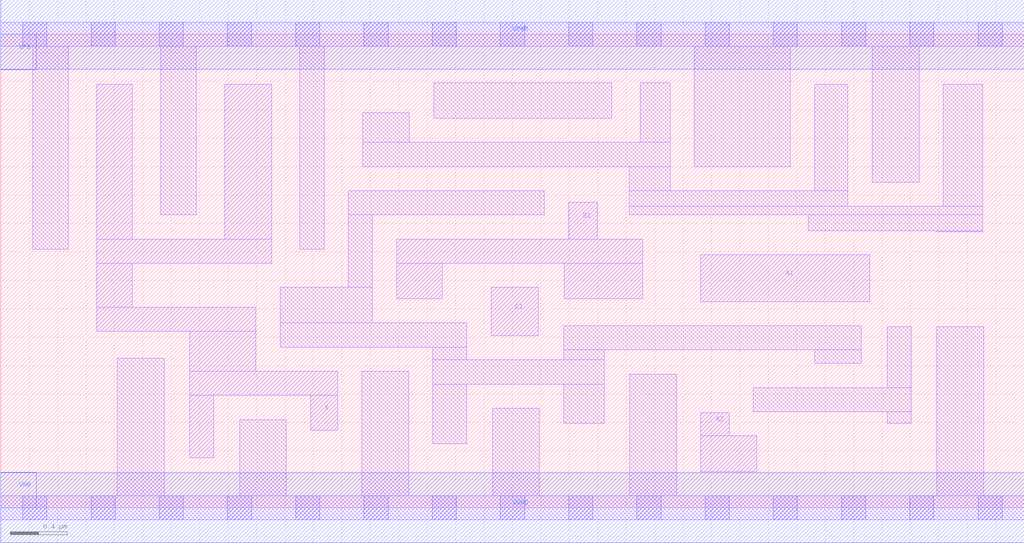
<source format=lef>
# Copyright 2020 The SkyWater PDK Authors
#
# Licensed under the Apache License, Version 2.0 (the "License");
# you may not use this file except in compliance with the License.
# You may obtain a copy of the License at
#
#     https://www.apache.org/licenses/LICENSE-2.0
#
# Unless required by applicable law or agreed to in writing, software
# distributed under the License is distributed on an "AS IS" BASIS,
# WITHOUT WARRANTIES OR CONDITIONS OF ANY KIND, either express or implied.
# See the License for the specific language governing permissions and
# limitations under the License.
#
# SPDX-License-Identifier: Apache-2.0

VERSION 5.5 ;
NAMESCASESENSITIVE ON ;
BUSBITCHARS "[]" ;
DIVIDERCHAR "/" ;
MACRO sky130_fd_sc_ms__a211o_4
  CLASS CORE ;
  SOURCE USER ;
  ORIGIN  0.000000  0.000000 ;
  SIZE  7.200000 BY  3.330000 ;
  SYMMETRY X Y ;
  SITE unit ;
  PIN A1
    ANTENNAGATEAREA  0.492000 ;
    DIRECTION INPUT ;
    USE SIGNAL ;
    PORT
      LAYER li1 ;
        RECT 4.925000 1.450000 6.115000 1.780000 ;
    END
  END A1
  PIN A2
    ANTENNAGATEAREA  0.492000 ;
    DIRECTION INPUT ;
    USE SIGNAL ;
    PORT
      LAYER li1 ;
        RECT 4.925000 0.255000 5.320000 0.505000 ;
        RECT 4.925000 0.505000 5.125000 0.670000 ;
    END
  END A2
  PIN B1
    ANTENNAGATEAREA  0.492000 ;
    DIRECTION INPUT ;
    USE SIGNAL ;
    PORT
      LAYER li1 ;
        RECT 2.785000 1.470000 3.105000 1.720000 ;
        RECT 2.785000 1.720000 4.515000 1.890000 ;
        RECT 3.965000 1.470000 4.515000 1.720000 ;
        RECT 3.995000 1.890000 4.195000 2.150000 ;
    END
  END B1
  PIN C1
    ANTENNAGATEAREA  0.492000 ;
    DIRECTION INPUT ;
    USE SIGNAL ;
    PORT
      LAYER li1 ;
        RECT 3.450000 1.210000 3.780000 1.550000 ;
    END
  END C1
  PIN X
    ANTENNADIFFAREA  1.086400 ;
    DIRECTION OUTPUT ;
    USE SIGNAL ;
    PORT
      LAYER li1 ;
        RECT 0.675000 1.240000 1.795000 1.410000 ;
        RECT 0.675000 1.410000 0.925000 1.720000 ;
        RECT 0.675000 1.720000 1.905000 1.890000 ;
        RECT 0.675000 1.890000 0.925000 2.980000 ;
        RECT 1.330000 0.350000 1.500000 0.790000 ;
        RECT 1.330000 0.790000 2.370000 0.960000 ;
        RECT 1.330000 0.960000 1.795000 1.240000 ;
        RECT 1.575000 1.890000 1.905000 2.980000 ;
        RECT 2.180000 0.545000 2.370000 0.790000 ;
    END
  END X
  PIN VGND
    DIRECTION INOUT ;
    USE GROUND ;
    PORT
      LAYER met1 ;
        RECT 0.000000 -0.245000 7.200000 0.245000 ;
    END
  END VGND
  PIN VNB
    DIRECTION INOUT ;
    USE GROUND ;
    PORT
      LAYER met1 ;
        RECT 0.000000 0.000000 0.250000 0.250000 ;
    END
  END VNB
  PIN VPB
    DIRECTION INOUT ;
    USE POWER ;
    PORT
      LAYER met1 ;
        RECT 0.000000 3.080000 0.250000 3.330000 ;
    END
  END VPB
  PIN VPWR
    DIRECTION INOUT ;
    USE POWER ;
    PORT
      LAYER met1 ;
        RECT 0.000000 3.085000 7.200000 3.575000 ;
    END
  END VPWR
  OBS
    LAYER li1 ;
      RECT 0.000000 -0.085000 7.200000 0.085000 ;
      RECT 0.000000  3.245000 7.200000 3.415000 ;
      RECT 0.225000  1.820000 0.475000 3.245000 ;
      RECT 0.820000  0.085000 1.150000 1.050000 ;
      RECT 1.125000  2.060000 1.375000 3.245000 ;
      RECT 1.680000  0.085000 2.010000 0.620000 ;
      RECT 1.965000  1.130000 3.280000 1.300000 ;
      RECT 1.965000  1.300000 2.615000 1.550000 ;
      RECT 2.105000  1.820000 2.275000 3.245000 ;
      RECT 2.445000  1.550000 2.615000 2.060000 ;
      RECT 2.445000  2.060000 3.825000 2.230000 ;
      RECT 2.540000  0.085000 2.870000 0.960000 ;
      RECT 2.545000  2.400000 4.710000 2.570000 ;
      RECT 2.545000  2.570000 2.875000 2.780000 ;
      RECT 3.040000  0.450000 3.280000 0.870000 ;
      RECT 3.040000  0.870000 4.245000 1.040000 ;
      RECT 3.040000  1.040000 3.280000 1.130000 ;
      RECT 3.045000  2.740000 4.300000 2.990000 ;
      RECT 3.460000  0.085000 3.790000 0.700000 ;
      RECT 3.960000  0.595000 4.245000 0.870000 ;
      RECT 3.960000  1.040000 4.245000 1.110000 ;
      RECT 3.960000  1.110000 6.055000 1.280000 ;
      RECT 4.420000  2.060000 6.910000 2.120000 ;
      RECT 4.420000  2.120000 5.960000 2.230000 ;
      RECT 4.420000  2.230000 4.710000 2.400000 ;
      RECT 4.425000  0.085000 4.755000 0.940000 ;
      RECT 4.500000  2.570000 4.710000 2.990000 ;
      RECT 4.880000  2.400000 5.555000 3.245000 ;
      RECT 5.295000  0.675000 6.405000 0.845000 ;
      RECT 5.680000  1.950000 6.910000 2.060000 ;
      RECT 5.725000  1.015000 6.055000 1.110000 ;
      RECT 5.725000  2.230000 5.960000 2.980000 ;
      RECT 6.130000  2.290000 6.460000 3.245000 ;
      RECT 6.235000  0.595000 6.405000 0.675000 ;
      RECT 6.235000  0.845000 6.405000 1.275000 ;
      RECT 6.580000  1.940000 6.910000 1.950000 ;
      RECT 6.585000  0.085000 6.915000 1.275000 ;
      RECT 6.630000  2.120000 6.910000 2.980000 ;
    LAYER mcon ;
      RECT 0.155000 -0.085000 0.325000 0.085000 ;
      RECT 0.155000  3.245000 0.325000 3.415000 ;
      RECT 0.635000 -0.085000 0.805000 0.085000 ;
      RECT 0.635000  3.245000 0.805000 3.415000 ;
      RECT 1.115000 -0.085000 1.285000 0.085000 ;
      RECT 1.115000  3.245000 1.285000 3.415000 ;
      RECT 1.595000 -0.085000 1.765000 0.085000 ;
      RECT 1.595000  3.245000 1.765000 3.415000 ;
      RECT 2.075000 -0.085000 2.245000 0.085000 ;
      RECT 2.075000  3.245000 2.245000 3.415000 ;
      RECT 2.555000 -0.085000 2.725000 0.085000 ;
      RECT 2.555000  3.245000 2.725000 3.415000 ;
      RECT 3.035000 -0.085000 3.205000 0.085000 ;
      RECT 3.035000  3.245000 3.205000 3.415000 ;
      RECT 3.515000 -0.085000 3.685000 0.085000 ;
      RECT 3.515000  3.245000 3.685000 3.415000 ;
      RECT 3.995000 -0.085000 4.165000 0.085000 ;
      RECT 3.995000  3.245000 4.165000 3.415000 ;
      RECT 4.475000 -0.085000 4.645000 0.085000 ;
      RECT 4.475000  3.245000 4.645000 3.415000 ;
      RECT 4.955000 -0.085000 5.125000 0.085000 ;
      RECT 4.955000  3.245000 5.125000 3.415000 ;
      RECT 5.435000 -0.085000 5.605000 0.085000 ;
      RECT 5.435000  3.245000 5.605000 3.415000 ;
      RECT 5.915000 -0.085000 6.085000 0.085000 ;
      RECT 5.915000  3.245000 6.085000 3.415000 ;
      RECT 6.395000 -0.085000 6.565000 0.085000 ;
      RECT 6.395000  3.245000 6.565000 3.415000 ;
      RECT 6.875000 -0.085000 7.045000 0.085000 ;
      RECT 6.875000  3.245000 7.045000 3.415000 ;
  END
END sky130_fd_sc_ms__a211o_4

</source>
